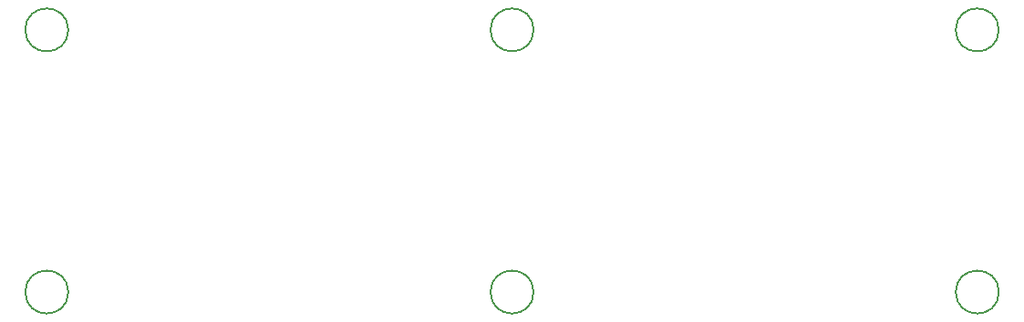
<source format=gbr>
%TF.GenerationSoftware,KiCad,Pcbnew,8.0.0*%
%TF.CreationDate,2024-11-21T20:10:56+00:00*%
%TF.ProjectId,display-board,64697370-6c61-4792-9d62-6f6172642e6b,rev?*%
%TF.SameCoordinates,Original*%
%TF.FileFunction,Other,Comment*%
%FSLAX46Y46*%
G04 Gerber Fmt 4.6, Leading zero omitted, Abs format (unit mm)*
G04 Created by KiCad (PCBNEW 8.0.0) date 2024-11-21 20:10:56*
%MOMM*%
%LPD*%
G01*
G04 APERTURE LIST*
%ADD10C,0.150000*%
G04 APERTURE END LIST*
D10*
%TO.C,J4*%
X145200000Y-109700000D02*
G75*
G02*
X141200000Y-109700000I-2000000J0D01*
G01*
X141200000Y-109700000D02*
G75*
G02*
X145200000Y-109700000I2000000J0D01*
G01*
%TO.C,J1*%
X58795000Y-85300000D02*
G75*
G02*
X54795000Y-85300000I-2000000J0D01*
G01*
X54795000Y-85300000D02*
G75*
G02*
X58795000Y-85300000I2000000J0D01*
G01*
%TO.C,J5*%
X102000000Y-85300000D02*
G75*
G02*
X98000000Y-85300000I-2000000J0D01*
G01*
X98000000Y-85300000D02*
G75*
G02*
X102000000Y-85300000I2000000J0D01*
G01*
%TO.C,J3*%
X145195000Y-85300000D02*
G75*
G02*
X141195000Y-85300000I-2000000J0D01*
G01*
X141195000Y-85300000D02*
G75*
G02*
X145195000Y-85300000I2000000J0D01*
G01*
%TO.C,J2*%
X58800000Y-109700000D02*
G75*
G02*
X54800000Y-109700000I-2000000J0D01*
G01*
X54800000Y-109700000D02*
G75*
G02*
X58800000Y-109700000I2000000J0D01*
G01*
%TO.C,J6*%
X102000000Y-109700000D02*
G75*
G02*
X98000000Y-109700000I-2000000J0D01*
G01*
X98000000Y-109700000D02*
G75*
G02*
X102000000Y-109700000I2000000J0D01*
G01*
%TD*%
M02*

</source>
